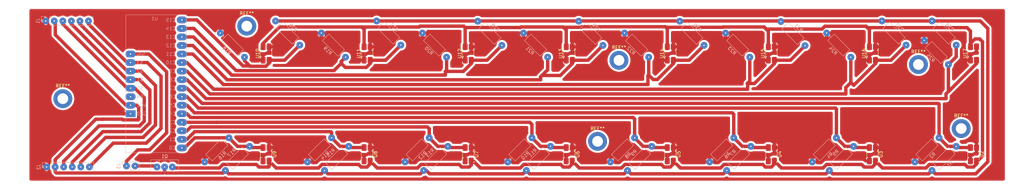
<source format=kicad_pcb>
(kicad_pcb (version 20240108) (generator "pcbnew") (generator_version "8.0")
  (layers (0 "F.Cu" signal) (31 "B.Cu" signal) (34 "B.Paste" user) (35 "F.Paste" user) (36 "B.SilkS" user "B.Silkscreen") (37 "F.SilkS" user "F.Silkscreen") (38 "B.Mask" user) (39 "F.Mask" user) (44 "Edge.Cuts" user))
  (net 0 "")
  (net 1 "Net-(J1-Pin_3)")
  (net 2 "Net-(J1-Pin_6)")
  (net 3 "GND")
  (net 4 "Net-(J1-Pin_4)")
  (net 5 "Net-(J1-Pin_5)")
  (net 6 "Net-(J3-Pin_2)")
  (net 7 "Net-(J3-Pin_1)")
  (net 8 "IR_LED_PWR")
  (net 9 "/IR_Sens8")
  (net 10 "/IR_Sens9")
  (net 11 "/IR_Sens10")
  (net 12 "/IR_Sens11")
  (net 13 "/IR_Sens12")
  (net 14 "/IR_Sens13")
  (net 15 "/IR_Sens14")
  (net 16 "/IR_Sens15")
  (net 17 "/IR_Sens0")
  (net 18 "/IR_Sens1")
  (net 19 "/IR_Sens2")
  (net 20 "/IR_Sens3")
  (net 21 "/IR_Sens4")
  (net 22 "/IR_Sens5")
  (net 23 "/IR_Sens6")
  (net 24 "/IR_Sens7")
  (net 26 "+5V")
  (footprint "MountingHole:MountingHole_3.2mm_M3_DIN965_Pad_TopBottom" (layer "F.Cu") (at 276.86 46.99)
    (property "Reference" "REF**")
    (property "Value" "MountingHole_3.2mm_M3_DIN965_Pad_TopBottom")
  )
  (footprint "sequencer:QRE1113GR" (layer "F.Cu") (at 70.5 54.65 180)
    (property "Reference" "U9")
    (property "Value" "QRE1113GR")
  )
  (footprint "sequencer:QRE1113GR" (layer "F.Cu") (at 160.5 24.65)
    (property "Reference" "U13")
    (property "Value" "QRE1113GR")
  )
  (footprint "MountingHole:MountingHole_3.2mm_M3_DIN965_Pad_TopBottom" (layer "F.Cu") (at 168.91 50.8)
    (property "Reference" "REF**")
    (property "Value" "MountingHole_3.2mm_M3_DIN965_Pad_TopBottom")
  )
  (footprint "MountingHole:MountingHole_3.2mm_M3_DIN965_Pad_TopBottom" (layer "F.Cu") (at 10.16 38.1)
    (property "Reference" "REF**")
    (property "Value" "MountingHole_3.2mm_M3_DIN965_Pad_TopBottom")
  )
  (footprint "sequencer:QRE1113GR" (layer "F.Cu") (at 70.5 24.65)
    (property "Reference" "U10")
    (property "Value" "QRE1113GR")
  )
  (footprint "sequencer:QRE1113GR" (layer "F.Cu") (at 190.5 24.65)
    (property "Reference" "U14")
    (property "Value" "QRE1113GR")
  )
  (footprint "MountingHole:MountingHole_3.2mm_M3_DIN965_Pad_TopBottom" (layer "F.Cu") (at 175.26 26.67)
    (property "Reference" "REF**")
    (property "Value" "MountingHole_3.2mm_M3_DIN965_Pad_TopBottom")
  )
  (footprint "sequencer:QRE1113GR" (layer "F.Cu") (at 130.5 24.65)
    (property "Reference" "U12")
    (property "Value" "QRE1113GR")
  )
  (footprint "sequencer:QRE1113GR" (layer "F.Cu") (at 220.5 24.65)
    (property "Reference" "U15")
    (property "Value" "QRE1113GR")
  )
  (footprint "sequencer:QRE1113GR" (layer "F.Cu") (at 220.5 54.65 180)
    (property "Reference" "U4")
    (property "Value" "QRE1113GR")
  )
  (footprint "MountingHole:MountingHole_3.2mm_M3_DIN965_Pad_TopBottom" (layer "F.Cu") (at 264.16 27.94)
    (property "Reference" "REF**")
    (property "Value" "MountingHole_3.2mm_M3_DIN965_Pad_TopBottom")
  )
  (footprint "sequencer:QRE1113GR" (layer "F.Cu") (at 250.5 24.65)
    (property "Reference" "U16")
    (property "Value" "QRE1113GR")
  )
  (footprint "sequencer:QRE1113GR" (layer "F.Cu") (at 280.5 54.65 180)
    (property "Reference" "U2")
    (property "Value" "QRE1113GR")
  )
  (footprint "sequencer:QRE1113GR" (layer "F.Cu") (at 130.5 54.65 180)
    (property "Reference" "U7")
    (property "Value" "QRE1113GR")
  )
  (footprint "sequencer:QRE1113GR" (layer "F.Cu") (at 160.5 54.65 180)
    (property "Reference" "U6")
    (property "Value" "QRE1113GR")
  )
  (footprint "sequencer:QRE1113GR" (layer "F.Cu") (at 250.5 54.65 180)
    (property "Reference" "U3")
    (property "Value" "QRE1113GR")
  )
  (footprint "sequencer:QRE1113GR" (layer "F.Cu") (at 100.5 24.65)
    (property "Reference" "U11")
    (property "Value" "QRE1113GR")
  )
  (footprint "sequencer:QRE1113GR" (layer "F.Cu") (at 100.5 54.65 180)
    (property "Reference" "U8")
    (property "Value" "QRE1113GR")
  )
  (footprint "MountingHole:MountingHole_3.2mm_M3_DIN965_Pad_TopBottom" (layer "F.Cu") (at 64.77 16.51)
    (property "Reference" "REF**")
    (property "Value" "MountingHole_3.2mm_M3_DIN965_Pad_TopBottom")
  )
  (footprint "sequencer:QRE1113GR" (layer "F.Cu") (at 280.5 24.65)
    (property "Reference" "U17")
    (property "Value" "QRE1113GR")
  )
  (footprint "sequencer:QRE1113GR" (layer "F.Cu") (at 190.5 54.65 180)
    (property "Reference" "U5")
    (property "Value" "QRE1113GR")
  )
  (footprint "sequencer:R_Axial_DIN0207_L6.3mm_D2.5mm_P10.16mm_Horizontal_BIG_PADS" (layer "B.Cu") (at 65.604205 52.287898 -135)
    (property "Reference" "R17")
    (property "Value" "R")
  )
  (footprint "sequencer:R_Axial_DIN0207_L6.3mm_D2.5mm_P10.16mm_Horizontal_BIG_PADS" (layer "B.Cu") (at 82.767898 56.932103 45)
    (property "Reference" "R14")
    (property "Value" "R")
  )
  (footprint "sequencer:R_Axial_DIN0207_L6.3mm_D2.5mm_P10.16mm_Horizontal_BIG_PADS" (layer "B.Cu") (at 172.72 56.932103 45)
    (property "Reference" "R8")
    (property "Value" "R")
  )
  (footprint "sequencer:R_Axial_DIN0207_L6.3mm_D2.5mm_P10.16mm_Horizontal_BIG_PADS" (layer "B.Cu") (at 146.907898 18.557898 -45)
    (property "Reference" "R21")
    (property "Value" "R")
  )
  (footprint "sequencer:R_Axial_DIN0207_L6.3mm_D2.5mm_P10.16mm_Horizontal_BIG_PADS" (layer "B.Cu") (at 200.5 22.23 135)
    (property "Reference" "R30")
    (property "Value" "R")
  )
  (footprint "sequencer:R_Axial_DIN0207_L6.3mm_D2.5mm_P10.16mm_Horizontal_BIG_PADS" (layer "B.Cu") (at 80.5 22.15 135)
    (property "Reference" "R26")
    (property "Value" "R")
  )
  (footprint "sequencer:R_Axial_DIN0207_L6.3mm_D2.5mm_P10.16mm_Horizontal_BIG_PADS" (layer "B.Cu") (at 202.147898 56.932103 45)
    (property "Reference" "R6")
    (property "Value" "R")
  )
  (footprint "sequencer:R_Axial_DIN0207_L6.3mm_D2.5mm_P10.16mm_Horizontal_BIG_PADS" (layer "B.Cu") (at 206.907898 18.557898 -45)
    (property "Reference" "R23")
    (property "Value" "R")
  )
  (footprint "Package_TO_SOT_THT:TO-126-3_Vertical" (layer "B.Cu") (at 42.66 58.42 180)
    (property "Reference" "Q1")
    (property "Value" "BD235")
  )
  (footprint "sequencer:R_Axial_DIN0207_L6.3mm_D2.5mm_P10.16mm_Horizontal_BIG_PADS" (layer "B.Cu") (at 52.287898 56.932103 45)
    (property "Reference" "R16")
    (property "Value" "R")
  )
  (footprint "sequencer:R_Axial_DIN0207_L6.3mm_D2.5mm_P10.16mm_Horizontal_BIG_PADS" (layer "B.Cu") (at 170.5 22.23 135)
    (property "Reference" "R29")
    (property "Value" "R")
  )
  (footprint "sequencer:R_Axial_DIN0207_L6.3mm_D2.5mm_P10.16mm_Horizontal_BIG_PADS" (layer "B.Cu") (at 142.24 56.932103 45)
    (property "Reference" "R10")
    (property "Value" "R")
  )
  (footprint "sequencer:R_Axial_DIN0207_L6.3mm_D2.5mm_P10.16mm_Horizontal_BIG_PADS" (layer "B.Cu") (at 214.412103 52.287898 -135)
    (property "Reference" "R7")
    (property "Value" "R")
  )
  (footprint "sequencer:R_Axial_DIN0207_L6.3mm_D2.5mm_P10.16mm_Horizontal_BIG_PADS" (layer "B.Cu") (at 275.372103 22.15 135)
    (property "Reference" "R33")
    (property "Value" "R")
  )
  (footprint "sequencer:R_Axial_DIN0207_L6.3mm_D2.5mm_P10.16mm_Horizontal_BIG_PADS" (layer "B.Cu") (at 236.907898 18.557898 -45)
    (property "Reference" "R24")
    (property "Value" "R")
  )
  (footprint "sequencer:HP4067_16_ch_analog_mutiplexer_devboard" (layer "B.Cu") (at 45.5 14.65 180)
    (property "Reference" "U1")
    (property "Value" "HP4067_16_ch_analog_mutiplexer_devboard")
  )
  (footprint "Connector_PinHeader_2.54mm:PinHeader_1x06_P2.54mm_Vertical" (layer "B.Cu") (at 5.34 58.42 -90)
    (property "Reference" "J2")
    (property "Value" "Conn_01x06_Pin")
  )
  (footprint "Connector_PinHeader_2.54mm:PinHeader_1x02_P2.54mm_Vertical" (layer "B.Cu") (at 29.06 58.12 -90)
    (property "Reference" "J3")
    (property "Value" "Conn_01x02_Pin")
  )
  (footprint "sequencer:R_Axial_DIN0207_L6.3mm_D2.5mm_P10.16mm_Horizontal_BIG_PADS" (layer "B.Cu") (at 260.5 22.15 135)
    (property "Reference" "R32")
    (property "Value" "R")
  )
  (footprint "sequencer:R_Axial_DIN0207_L6.3mm_D2.5mm_P10.16mm_Horizontal_BIG_PADS" (layer "B.Cu") (at 184.984205 52.287898 -135)
    (property "Reference" "R9")
    (property "Value" "R")
  )
  (footprint "sequencer:R_Axial_DIN0207_L6.3mm_D2.5mm_P10.16mm_Horizontal_BIG_PADS" (layer "B.Cu") (at 176.907898 18.557898 -45)
    (property "Reference" "R22")
    (property "Value" "R")
  )
  (footprint "sequencer:R_Axial_DIN0207_L6.3mm_D2.5mm_P10.16mm_Horizontal_BIG_PADS" (layer "B.Cu") (at 244.892103 52.287898 -135)
    (property "Reference" "R5")
    (property "Value" "R")
  )
  (footprint "sequencer:R_Axial_DIN0207_L6.3mm_D2.5mm_P10.16mm_Horizontal_BIG_PADS" (layer "B.Cu") (at 116.907898 18.557898 -45)
    (property "Reference" "R20")
    (property "Value" "R")
  )
  (footprint "sequencer:R_Axial_DIN0207_L6.3mm_D2.5mm_P10.16mm_Horizontal_BIG_PADS" (layer "B.Cu") (at 265.865795 20.755795 -45)
    (property "Reference" "R25")
    (property "Value" "R")
  )
  (footprint "sequencer:R_Axial_DIN0207_L6.3mm_D2.5mm_P10.16mm_Horizontal_BIG_PADS" (layer "B.Cu") (at 230.5 22.31 135)
    (property "Reference" "R31")
    (property "Value" "R")
  )
  (footprint "sequencer:R_Axial_DIN0207_L6.3mm_D2.5mm_P10.16mm_Horizontal_BIG_PADS" (layer "B.Cu") (at 263.107898 56.932103 45)
    (property "Reference" "R2")
    (property "Value" "R")
  )
  (footprint "sequencer:R_Axial_DIN0207_L6.3mm_D2.5mm_P10.16mm_Horizontal_BIG_PADS" (layer "B.Cu") (at 95.032103 52.287898 -135)
    (property "Reference" "R15")
    (property "Value" "R")
  )
  (footprint "sequencer:R_Axial_DIN0207_L6.3mm_D2.5mm_P10.16mm_Horizontal_BIG_PADS" (layer "B.Cu") (at 140.5 22.23 135)
    (property "Reference" "R28")
    (property "Value" "R")
  )
  (footprint "sequencer:R_Axial_DIN0207_L6.3mm_D2.5mm_P10.16mm_Horizontal_BIG_PADS" (layer "B.Cu") (at 154.94 52.287898 -135)
    (property "Reference" "R11")
    (property "Value" "R")
  )
  (footprint "sequencer:R_Axial_DIN0207_L6.3mm_D2.5mm_P10.16mm_Horizontal_BIG_PADS" (layer "B.Cu") (at 232.627898 56.932103 45)
    (property "Reference" "R4")
    (property "Value" "R")
  )
  (footprint "sequencer:R_Axial_DIN0207_L6.3mm_D2.5mm_P10.16mm_Horizontal_BIG_PADS" (layer "B.Cu") (at 110.5 22.15 135)
    (property "Reference" "R27")
    (property "Value" "R")
  )
  (footprint "sequencer:R_Axial_DIN0207_L6.3mm_D2.5mm_P10.16mm_Horizontal_BIG_PADS" (layer "B.Cu") (at 56.907898 18.557898 -45)
    (property "Reference" "R18")
    (property "Value" "R")
  )
  (footprint "sequencer:R_Axial_DIN0207_L6.3mm_D2.5mm_P10.16mm_Horizontal_BIG_PADS" (layer "B.Cu") (at 86.907898 18.557898 -45)
    (property "Reference" "R19")
    (property "Value" "R")
  )
  (footprint "Connector_PinHeader_2.54mm:PinHeader_1x06_P2.54mm_Vertical" (layer "B.Cu") (at 5.08 14.97 -90)
    (property "Reference" "J1")
    (property "Value" "Conn_01x06_Pin")
  )
  (footprint "sequencer:R_Axial_DIN0207_L6.3mm_D2.5mm_P10.16mm_Horizontal_BIG_PADS" (layer "B.Cu") (at 268.187898 59.472103 45)
    (property "Reference" "R1")
    (property "Value" "R")
  )
  (footprint "sequencer:R_Axial_DIN0207_L6.3mm_D2.5mm_P10.16mm_Horizontal_BIG_PADS" (layer "B.Cu") (at 111.76 56.932103 45)
    (property "Reference" "R12")
    (property "Value" "R")
  )
  (footprint "sequencer:R_Axial_DIN0207_L6.3mm_D2.5mm_P10.16mm_Horizontal_BIG_PADS" (layer "B.Cu") (at 124.46 52.287898 -135)
    (property "Reference" "R13")
    (property "Value" "R")
  )
  (gr_rect (start 0 11.15) (end 290 62.738) (stroke (width 0.05)) (fill none) (layer "Edge.Cuts"))
  (segment (start 31.5 34.97) (end 30.26 34.97) (width 1) (layer "F.Cu") (net 1))
  (segment (start 20.91 46.2) (end 32.98 46.2) (width 1) (layer "F.Cu") (net 1))
  (segment (start 32.98 46.147056) (end 34.34 44.787056) (width 1) (layer "F.Cu") (net 1))
  (segment (start 34.34 44.787056) (end 34.34 37.81) (width 1) (layer "F.Cu") (net 1))
  (segment (start 10.16 14.97) (end 10.16 15.872081) (width 1) (layer "F.Cu") (net 1))
  (segment (start 10.42 58.42) (end 10.42 56.69) (width 1) (layer "F.Cu") (net 1))
  (segment (start 29.257919 34.97) (end 30.26 34.97) (width 1) (layer "F.Cu") (net 1))
  (segment (start 34.34 37.81) (end 31.5 34.97) (width 1) (layer "F.Cu") (net 1))
  (segment (start 10.42 56.69) (end 20.91 46.2) (width 1) (layer "F.Cu") (net 1))
  (segment (start 32.98 46.2) (end 32.98 46.147056) (width 1) (layer "F.Cu") (net 1))
  (segment (start 10.16 15.872081) (end 29.257919 34.97) (width 1) (layer "F.Cu") (net 1))
  (segment (start 18.04 58.42) (end 25.13 51.33) (width 1) (layer "F.Cu") (net 2))
  (segment (start 29.257919 27.35) (end 30.26 27.35) (width 1) (layer "F.Cu") (net 2))
  (segment (start 25.13 51.33) (end 34.93 51.33) (width 1) (layer "F.Cu") (net 2))
  (segment (start 35.26 27.35) (end 30.26 27.35) (width 1) (layer "F.Cu") (net 2))
  (segment (start 34.93 51.33) (end 39.32 46.94) (width 1) (layer "F.Cu") (net 2))
  (segment (start 39.32 31.41) (end 35.26 27.35) (width 1) (layer "F.Cu") (net 2))
  (segment (start 17.78 15.872081) (end 29.257919 27.35) (width 1) (layer "F.Cu") (net 2))
  (segment (start 17.78 14.97) (end 17.78 15.872081) (width 1) (layer "F.Cu") (net 2))
  (segment (start 39.32 46.94) (end 39.32 31.41) (width 1) (layer "F.Cu") (net 2))
  (segment (start 29.76 42.59) (end 30.26 42.59) (width 1) (layer "F.Cu") (net 3))
  (segment (start 5.08 14.97) (end 5.38 15.27) (width 1) (layer "F.Cu") (net 3))
  (segment (start 29.257919 32.43) (end 30.26 32.43) (width 1) (layer "F.Cu") (net 4))
  (segment (start 12.7 15.872081) (end 29.257919 32.43) (width 1) (layer "F.Cu") (net 4))
  (segment (start 32.9 32.43) (end 30.26 32.43) (width 1) (layer "F.Cu") (net 4))
  (segment (start 22.055787 47.91) (end 33.374112 47.91) (width 1) (layer "F.Cu") (net 4))
  (segment (start 12.7 14.97) (end 12.7 15.872081) (width 1) (layer "F.Cu") (net 4))
  (segment (start 33.374112 47.91) (end 36 45.284112) (width 1) (layer "F.Cu") (net 4))
  (segment (start 36 45.284112) (end 36 35.53) (width 1) (layer "F.Cu") (net 4))
  (segment (start 12.96 57.005787) (end 22.055787 47.91) (width 1) (layer "F.Cu") (net 4))
  (segment (start 36 35.53) (end 32.9 32.43) (width 1) (layer "F.Cu") (net 4))
  (segment (start 12.96 58.42) (end 12.96 57.005787) (width 1) (layer "F.Cu") (net 4))
  (segment (start 15.24 14.97) (end 15.24 15.872081) (width 1) (layer "F.Cu") (net 5))
  (segment (start 22.885787 49.62) (end 34.017056 49.62) (width 1) (layer "F.Cu") (net 5))
  (segment (start 15.5 57.005787) (end 22.885787 49.62) (width 1) (layer "F.Cu") (net 5))
  (segment (start 34.017056 49.562944) (end 37.66 45.92) (width 1) (layer "F.Cu") (net 5))
  (segment (start 34.017056 49.62) (end 34.017056 49.562944) (width 1) (layer "F.Cu") (net 5))
  (segment (start 15.24 15.872081) (end 29.257919 29.89) (width 1) (layer "F.Cu") (net 5))
  (segment (start 33.36 29.89) (end 30.26 29.89) (width 1) (layer "F.Cu") (net 5))
  (segment (start 37.66 34.19) (end 33.36 29.89) (width 1) (layer "F.Cu") (net 5))
  (segment (start 15.5 58.42) (end 15.5 57.005787) (width 1) (layer "F.Cu") (net 5))
  (segment (start 29.257919 29.89) (end 30.26 29.89) (width 1) (layer "F.Cu") (net 5))
  (segment (start 37.66 45.92) (end 37.66 34.19) (width 1) (layer "F.Cu") (net 5))
  (segment (start 37.8 58.12) (end 38.1 58.42) (width 1) (layer "F.Cu") (net 6))
  (segment (start 31.6 58.12) (end 37.8 58.12) (width 1) (layer "F.Cu") (net 6))
  (segment (start 32.425787 53.34) (end 35.905 53.34) (width 1) (layer "F.Cu") (net 7))
  (segment (start 29.06 56.705787) (end 32.425787 53.34) (width 1) (layer "F.Cu") (net 7))
  (segment (start 40.98 30.115) (end 35.675 24.81) (width 1) (layer "F.Cu") (net 7))
  (segment (start 35.905 53.34) (end 40.98 48.265) (width 1) (layer "F.Cu") (net 7))
  (segment (start 40.98 48.265) (end 40.98 30.115) (width 1) (layer "F.Cu") (net 7))
  (segment (start 35.675 24.81) (end 30.26 24.81) (width 1) (layer "F.Cu") (net 7))
  (segment (start 29.06 58.12) (end 29.06 56.705787) (width 1) (layer "F.Cu") (net 7))
  (segment (start 281.68 56.65) (end 283.18 55.15) (width 1) (layer "F.Cu") (net 8))
  (segment (start 57.674415 57.672103) (end 67.612103 57.672103) (width 1) (layer "F.Cu") (net 8))
  (segment (start 236.897897 57.672103) (end 247.292103 57.672103) (width 1) (layer "F.Cu") (net 8))
  (segment (start 177.047897 57.672103) (end 187.842103 57.672103) (width 1) (layer "F.Cu") (net 8))
  (segment (start 42.66 58.42) (end 42.972103 58.732103) (width 1) (layer "F.Cu") (net 8))
  (segment (start 236.380211 16.54) (end 248.602102 16.54) (width 1) (layer "F.Cu") (net 8))
  (segment (start 249.021051 16.958949) (end 278.578949 16.958949) (width 1) (layer "F.Cu") (net 8))
  (segment (start 282.35 20.32) (end 280.93 20.32) (width 1) (layer "F.Cu") (net 8))
  (segment (start 187.842103 57.672103) (end 188.62 58.45) (width 1) (layer "F.Cu") (net 8))
  (segment (start 129.192102 16.51) (end 129.6 16.917898) (width 1) (layer "F.Cu") (net 8))
  (segment (start 278.578949 16.958949) (end 279.6 17.98) (width 1) (layer "F.Cu") (net 8))
  (segment (start 235.540211 17.38) (end 236.380211 16.54) (width 1) (layer "F.Cu") (net 8))
  (segment (start 97.960401 57.672103) (end 98.738298 58.45) (width 1) (layer "F.Cu") (net 8))
  (segment (start 87.102313 57.672103) (end 97.960401 57.672103) (width 1) (layer "F.Cu") (net 8))
  (segment (start 190.461702 58.45) (end 191.4 57.511702) (width 1) (layer "F.Cu") (net 8))
  (segment (start 158.65 16.757898) (end 158.737897 16.845795) (width 1) (layer "F.Cu") (net 8))
  (segment (start 175.987897 58.732103) (end 177.047897 57.672103) (width 1) (layer "F.Cu") (net 8))
  (segment (start 189.072102 16.7) (end 189.6 17.227898) (width 1) (layer "F.Cu") (net 8))
  (segment (start 206.162313 16.757898) (end 218.34 16.757898) (width 1) (layer "F.Cu") (net 8))
  (segment (start 189.6 17.227898) (end 189.6 22.65) (width 1) (layer "F.Cu") (net 8))
  (segment (start 188.62 58.45) (end 190.461702 58.45) (width 1) (layer "F.Cu") (net 8))
  (segment (start 127.782103 57.672103) (end 128.56 58.45) (width 1) (layer "F.Cu") (net 8))
  (segment (start 251.4 57.511702) (end 251.4 56.65) (width 1) (layer "F.Cu") (net 8))
  (segment (start 101.4 56.65) (end 103.482103 58.732103) (width 1) (layer "F.Cu") (net 8))
  (segment (start 101.4 57.511702) (end 101.4 56.65) (width 1) (layer "F.Cu") (net 8))
  (segment (start 219.6 18.017898) (end 219.6 22.65) (width 1) (layer "F.Cu") (net 8))
  (segment (start 283.18 21.15) (end 282.35 20.32) (width 1) (layer "F.Cu") (net 8))
  (segment (start 86.042313 58.732103) (end 87.102313 57.672103) (width 1) (layer "F.Cu") (net 8))
  (segment (start 74.492102 16.757898) (end 98.96 16.757898) (width 1) (layer "F.Cu") (net 8))
  (segment (start 116.17 16.51) (end 129.192102 16.51) (width 1) (layer "F.Cu") (net 8))
  (segment (start 100.461702 58.45) (end 101.4 57.511702) (width 1) (layer "F.Cu") (net 8))
  (segment (start 134.112103 58.732103) (end 145.95021 58.732103) (width 1) (layer "F.Cu") (net 8))
  (segment (start 98.96 16.757898) (end 99.6 17.397898) (width 1) (layer "F.Cu") (net 8))
  (segment (start 251.4 56.65) (end 253.482103 58.732103) (width 1) (layer "F.Cu") (net 8))
  (segment (start 283.18 55.15) (end 283.18 21.15) (width 1) (layer "F.Cu") (net 8))
  (segment (start 235.837897 58.732103) (end 236.897897 57.672103) (width 1) (layer "F.Cu") (net 8))
  (segment (start 71.4 58.26) (end 71.4 56.65) (width 1) (layer "F.Cu") (net 8))
  (segment (start 278.738298 58.45) (end 280.49 58.45) (width 1) (layer "F.Cu") (net 8))
  (segment (start 98.967897 16.765795) (end 115.914205 16.765795) (width 1) (layer "F.Cu") (net 8))
  (segment (start 250.461702 58.45) (end 251.4 57.511702) (width 1) (layer "F.Cu") (net 8))
  (segment (start 248.602102 16.54) (end 249.6 17.537898) (width 1) (layer "F.Cu") (net 8))
  (segment (start 277.960401 57.672103) (end 278.738298 58.45) (width 1) (layer "F.Cu") (net 8))
  (segment (start 69.6 22.65) (end 69.6 21.65) (width 1) (layer "F.Cu") (net 8))
  (segment (start 193.482103 58.732103) (end 205.422313 58.732103) (width 1) (layer "F.Cu") (net 8))
  (segment (start 248.07 58.45) (end 250.461702 58.45) (width 1) (layer "F.Cu") (net 8))
  (segment (start 279.6 17.98) (end 279.6 22.65) (width 1) (layer "F.Cu") (net 8))
  (segment (start 116.53021 57.672103) (end 127.782103 57.672103) (width 1) (layer "F.Cu") (net 8))
  (segment (start 220.48 58.45) (end 221.4 57.53) (width 1) (layer "F.Cu") (net 8))
  (segment (start 131.4 57.83) (end 131.4 56.65) (width 1) (layer "F.Cu") (net 8))
  (segment (start 129.6 22.65) (end 129.6 16.917898) (width 1) (layer "F.Cu") (net 8))
  (segment (start 158.737897 16.845795) (end 164.06138 16.845795) (width 1) (layer "F.Cu") (net 8))
  (segment (start 71.4 56.65) (end 73.482103 58.732103) (width 1) (layer "F.Cu") (net 8))
  (segment (start 247.292103 57.672103) (end 248.07 58.45) (width 1) (layer "F.Cu") (net 8))
  (segment (start 73.482103 58.732103) (end 86.042313 58.732103) (width 1) (layer "F.Cu") (net 8))
  (segment (start 160.461702 58.45) (end 161.4 57.511702) (width 1) (layer "F.Cu") (net 8))
  (segment (start 218.72 58.45) (end 220.48 58.45) (width 1) (layer "F.Cu") (net 8))
  (segment (start 189.217897 16.845795) (end 206.074416 16.845795) (width 1) (layer "F.Cu") (net 8))
  (segment (start 146.002313 16.917898) (end 146.162313 16.757898) (width 1) (layer "F.Cu") (net 8))
  (segment (start 266.382313 58.732103) (end 267.442313 57.672103) (width 1) (layer "F.Cu") (net 8))
  (segment (start 56.614415 58.732103) (end 57.674415 57.672103) (width 1) (layer "F.Cu") (net 8))
  (segment (start 67.612103 57.672103) (end 68.39 58.45) (width 1) (layer "F.Cu") (net 8))
  (segment (start 249.6 17.537898) (end 249.6 22.65) (width 1) (layer "F.Cu") (net 8))
  (segment (start 115.914205 16.765795) (end 116.17 16.51) (width 1) (layer "F.Cu") (net 8))
  (segment (start 191.4 57.511702) (end 191.4 56.65) (width 1) (layer "F.Cu") (net 8))
  (segment (start 191.4 56.65) (end 193.482103 58.732103) (width 1) (layer "F.Cu") (net 8))
  (segment (start 253.482103 58.732103) (end 266.382313 58.732103) (width 1) (layer "F.Cu") (net 8))
  (segment (start 158.65 16.757898) (end 159.6 17.707898) (width 1) (layer "F.Cu") (net 8))
  (segment (start 42.972103 58.732103) (end 56.614415 58.732103) (width 1) (layer "F.Cu") (net 8))
  (segment (start 99.6 17.397898) (end 99.6 22.65) (width 1) (layer "F.Cu") (net 8))
  (segment (start 218.34 16.757898) (end 218.962102 17.38) (width 1) (layer "F.Cu") (net 8))
  (segment (start 221.4 56.65) (end 223.482103 58.732103) (width 1) (layer "F.Cu") (net 8))
  (segment (start 71.21 58.45) (end 71.4 58.26) (width 1) (layer "F.Cu") (net 8))
  (segment (start 218.962102 17.38) (end 235.540211 17.38) (width 1) (layer "F.Cu") (net 8))
  (segment (start 189.072102 16.7) (end 189.217897 16.845795) (width 1) (layer "F.Cu") (net 8))
  (segment (start 281.4 57.54) (end 281.4 56.65) (width 1) (layer "F.Cu") (net 8))
  (segment (start 157.960401 57.672103) (end 158.738298 58.45) (width 1) (layer "F.Cu") (net 8))
  (segment (start 129.6 16.917898) (end 146.002313 16.917898) (width 1) (layer "F.Cu") (net 8))
  (segment (start 161.4 56.65) (end 163.482103 58.732103) (width 1) (layer "F.Cu") (net 8))
  (segment (start 217.942103 57.672103) (end 218.72 58.45) (width 1) (layer "F.Cu") (net 8))
  (segment (start 205.422313 58.732103) (end 206.482313 57.672103) (width 1) (layer "F.Cu") (net 8))
  (segment (start 206.074416 16.845795) (end 206.162313 16.757898) (width 1) (layer "F.Cu") (net 8))
  (segment (start 163.482103 58.732103) (end 175.987897 58.732103) (width 1) (layer "F.Cu") (net 8))
  (segment (start 98.96 16.757898) (end 98.967897 16.765795) (width 1) (layer "F.Cu") (net 8))
  (segment (start 130.78 58.45) (end 131.4 57.83) (width 1) (layer "F.Cu") (net 8))
  (segment (start 218.34 16.757898) (end 219.6 18.017898) (width 1) (layer "F.Cu") (net 8))
  (segment (start 279.6 21.65) (end 279.6 22.65) (width 1) (layer "F.Cu") (net 8))
  (segment (start 147.01021 57.672103) (end 157.960401 57.672103) (width 1) (layer "F.Cu") (net 8))
  (segment (start 128.56 58.45) (end 130.78 58.45) (width 1) (layer "F.Cu") (net 8))
  (segment (start 115.47021 58.732103) (end 116.53021 57.672103) (width 1) (layer "F.Cu") (net 8))
  (segment (start 98.738298 58.45) (end 100.461702 58.45) (width 1) (layer "F.Cu") (net 8))
  (segment (start 223.482103 58.732103) (end 235.837897 58.732103) (width 1) (layer "F.Cu") (net 8))
  (segment (start 161.4 57.511702) (end 161.4 56.65) (width 1) (layer "F.Cu") (net 8))
  (segment (start 131.4 56.65) (end 132.03 56.65) (width 1) (layer "F.Cu") (net 8))
  (segment (start 145.95021 58.732103) (end 147.01021 57.672103) (width 1) (layer "F.Cu") (net 8))
  (segment (start 280.93 20.32) (end 279.6 21.65) (width 1) (layer "F.Cu") (net 8))
  (segment (start 158.738298 58.45) (end 160.461702 58.45) (width 1) (layer "F.Cu") (net 8))
  (segment (start 281.4 56.65) (end 281.68 56.65) (width 1) (layer "F.Cu") (net 8))
  (segment (start 206.482313 57.672103) (end 217.942103 57.672103) (width 1) (layer "F.Cu") (net 8))
  (segment (start 132.03 56.65) (end 134.112103 58.732103) (width 1) (layer "F.Cu") (net 8))
  (segment (start 103.482103 58.732103) (end 115.47021 58.732103) (width 1) (layer "F.Cu") (net 8))
  (segment (start 248.602102 16.54) (end 249.021051 16.958949) (width 1) (layer "F.Cu") (net 8))
  (segment (start 221.4 57.53) (end 221.4 56.65) (width 1) (layer "F.Cu") (net 8))
  (segment (start 164.207175 16.7) (end 189.072102 16.7) (width 1) (layer "F.Cu") (net 8))
  (segment (start 69.6 21.65) (end 74.492102 16.757898) (width 1) (layer "F.Cu") (net 8))
  (segment (start 68.39 58.45) (end 71.21 58.45) (width 1) (layer "F.Cu") (net 8))
  (segment (start 267.442313 57.672103) (end 277.960401 57.672103) (width 1) (layer "F.Cu") (net 8))
  (segment (start 159.6 17.707898) (end 159.6 22.65) (width 1) (layer "F.Cu") (net 8))
  (segment (start 146.162313 16.757898) (end 158.65 16.757898) (width 1) (layer "F.Cu") (net 8))
  (segment (start 280.49 58.45) (end 281.4 57.54) (width 1) (layer "F.Cu") (net 8))
  (segment (start 164.06138 16.845795) (end 164.207175 16.7) (width 1) (layer "F.Cu") (net 8))
  (segment (start 270.056922 39.496922) (end 51.526922 39.496922) (width 1) (layer "F.Cu") (net 9))
  (segment (start 272.832103 52.287898) (end 270.292103 49.747898) (width 1) (layer "F.Cu") (net 9))
  (segment (start 270.292103 39.732103) (end 270.056922 39.496922) (width 1) (layer "F.Cu") (net 9))
  (segment (start 270.292103 49.747898) (end 270.292103 39.732103) (width 1) (layer "F.Cu") (net 9))
  (segment (start 275.734205 52.65) (end 275.372103 52.287898) (width 1) (layer "F.Cu") (net 9))
  (segment (start 51.526922 39.496922) (end 47 34.97) (width 1) (layer "F.Cu") (net 9))
  (segment (start 47 34.97) (end 45.5 34.97) (width 1) (layer "F.Cu") (net 9))
  (segment (start 279.6 52.65) (end 275.734205 52.65) (width 1) (layer "F.Cu") (net 9))
  (segment (start 275.372103 52.287898) (end 272.832103 52.287898) (width 1) (layer "F.Cu") (net 9))
  (segment (start 242.352103 52.287898) (end 239.812103 49.747898) (width 1) (layer "F.Cu") (net 10))
  (segment (start 249.6 52.65) (end 245.254205 52.65) (width 1) (layer "F.Cu") (net 10))
  (segment (start 239.812103 49.747898) (end 239.812103 41.173639) (width 1) (layer "F.Cu") (net 10))
  (segment (start 245.254205 52.65) (end 244.892103 52.287898) (width 1) (layer "F.Cu") (net 10))
  (segment (start 244.892103 52.287898) (end 242.352103 52.287898) (width 1) (layer "F.Cu") (net 10))
  (segment (start 50.390768 40.900768) (end 47 37.51) (width 1) (layer "F.Cu") (net 10))
  (segment (start 239.539232 40.900768) (end 50.390768 40.900768) (width 1) (layer "F.Cu") (net 10))
  (segment (start 47 37.51) (end 45.5 37.51) (width 1) (layer "F.Cu") (net 10))
  (segment (start 239.812103 41.173639) (end 239.539232 40.900768) (width 1) (layer "F.Cu") (net 10))
  (segment (start 47 40.05) (end 45.5 40.05) (width 1) (layer "F.Cu") (net 11))
  (segment (start 209.332103 42.743253) (end 208.893464 42.304614) (width 1) (layer "F.Cu") (net 11))
  (segment (start 214.774205 52.65) (end 214.412103 52.287898) (width 1) (layer "F.Cu") (net 11))
  (segment (start 219.6 52.65) (end 214.774205 52.65) (width 1) (layer "F.Cu") (net 11))
  (segment (start 49.254614 42.304614) (end 47 40.05) (width 1) (layer "F.Cu") (net 11))
  (segment (start 211.872103 52.287898) (end 209.332103 49.747898) (width 1) (layer "F.Cu") (net 11))
  (segment (start 214.412103 52.287898) (end 211.872103 52.287898) (width 1) (layer "F.Cu") (net 11))
  (segment (start 209.332103 49.747898) (end 209.332103 42.743253) (width 1) (layer "F.Cu") (net 11))
  (segment (start 208.893464 42.304614) (end 49.254614 42.304614) (width 1) (layer "F.Cu") (net 11))
  (segment (start 179.904205 44.130222) (end 179.482443 43.70846) (width 1) (layer "F.Cu") (net 12))
  (segment (start 48.11846 43.70846) (end 47 42.59) (width 1) (layer "F.Cu") (net 12))
  (segment (start 185.346307 52.65) (end 184.984205 52.287898) (width 1) (layer "F.Cu") (net 12))
  (segment (start 184.984205 52.287898) (end 182.444205 52.287898) (width 1) (layer "F.Cu") (net 12))
  (segment (start 47 42.59) (end 45.5 42.59) (width 1) (layer "F.Cu") (net 12))
  (segment (start 179.904205 49.747898) (end 179.904205 44.130222) (width 1) (layer "F.Cu") (net 12))
  (segment (start 182.444205 52.287898) (end 179.904205 49.747898) (width 1) (layer "F.Cu") (net 12))
  (segment (start 179.482443 43.70846) (end 48.11846 43.70846) (width 1) (layer "F.Cu") (net 12))
  (segment (start 189.6 52.65) (end 185.346307 52.65) (width 1) (layer "F.Cu") (net 12))
  (segment (start 151.964205 52.287898) (end 149.424205 49.747898) (width 1) (layer "F.Cu") (net 13))
  (segment (start 55.764033 45.112306) (end 55.746339 45.13) (width 1) (layer "F.Cu") (net 13))
  (segment (start 46.12 45.75) (end 45.5 45.13) (width 1) (layer "F.Cu") (net 13))
  (segment (start 55.764033 45.112306) (end 148.760284 45.112306) (width 1) (layer "F.Cu") (net 13))
  (segment (start 159.6 52.65) (end 155.302102 52.65) (width 1) (layer "F.Cu") (net 13))
  (segment (start 148.760284 45.112306) (end 149.424205 45.776227) (width 1) (layer "F.Cu") (net 13))
  (segment (start 154.94 52.287898) (end 151.964205 52.287898) (width 1) (layer "F.Cu") (net 13))
  (segment (start 155.302102 52.65) (end 154.94 52.287898) (width 1) (layer "F.Cu") (net 13))
  (segment (start 55.746339 45.13) (end 45.5 45.13) (width 1) (layer "F.Cu") (net 13))
  (segment (start 149.424205 45.776227) (end 149.424205 49.747898) (width 1) (layer "F.Cu") (net 13))
  (segment (start 48.153848 46.516152) (end 47 47.67) (width 1) (layer "F.Cu") (net 14))
  (segment (start 47 47.67) (end 45.5 47.67) (width 1) (layer "F.Cu") (net 14))
  (segment (start 129.6 52.65) (end 124.822102 52.65) (width 1) (layer "F.Cu") (net 14))
  (segment (start 118.944205 47.072232) (end 118.388125 46.516152) (width 1) (layer "F.Cu") (net 14))
  (segment (start 118.388125 46.516152) (end 48.153848 46.516152) (width 1) (layer "F.Cu") (net 14))
  (segment (start 118.944205 49.747898) (end 118.944205 47.072232) (width 1) (layer "F.Cu") (net 14))
  (segment (start 124.46 52.287898) (end 121.484205 52.287898) (width 1) (layer "F.Cu") (net 14))
  (segment (start 124.822102 52.65) (end 124.46 52.287898) (width 1) (layer "F.Cu") (net 14))
  (segment (start 121.484205 52.287898) (end 118.944205 49.747898) (width 1) (layer "F.Cu") (net 14))
  (segment (start 92.492103 52.287898) (end 89.952103 49.747898) (width 1) (layer "F.Cu") (net 15))
  (segment (start 95.394205 52.65) (end 95.032103 52.287898) (width 1) (layer "F.Cu") (net 15))
  (segment (start 95.032103 52.287898) (end 92.492103 52.287898) (width 1) (layer "F.Cu") (net 15))
  (segment (start 49.29 47.92) (end 47 50.21) (width 1) (layer "F.Cu") (net 15))
  (segment (start 89.675966 47.92) (end 49.29 47.92) (width 1) (layer "F.Cu") (net 15))
  (segment (start 47 50.21) (end 45.5 50.21) (width 1) (layer "F.Cu") (net 15))
  (segment (start 89.952103 48.196137) (end 89.675966 47.92) (width 1) (layer "F.Cu") (net 15))
  (segment (start 99.6 52.65) (end 95.394205 52.65) (width 1) (layer "F.Cu") (net 15))
  (segment (start 89.952103 49.747898) (end 89.952103 48.196137) (width 1) (layer "F.Cu") (net 15))
  (segment (start 45.5 52.75) (end 46.31 52.75) (width 1) (layer "F.Cu") (net 16))
  (segment (start 65.966307 52.65) (end 65.604205 52.287898) (width 1) (layer "F.Cu") (net 16))
  (segment (start 62.012103 52.287898) (end 59.472103 49.747898) (width 1) (layer "F.Cu") (net 16))
  (segment (start 49.312102 49.747898) (end 59.472103 49.747898) (width 1) (layer "F.Cu") (net 16))
  (segment (start 69.6 52.65) (end 65.966307 52.65) (width 1) (layer "F.Cu") (net 16))
  (segment (start 65.604205 52.287898) (end 62.012103 52.287898) (width 1) (layer "F.Cu") (net 16))
  (segment (start 46.31 52.75) (end 49.312102 49.747898) (width 1) (layer "F.Cu") (net 16))
  (segment (start 63.65 28.35) (end 49.95 14.65) (width 1) (layer "F.Cu") (net 17))
  (segment (start 64.092103 26.790375) (end 64.881728 27.58) (width 1) (layer "F.Cu") (net 17))
  (segment (start 76 26.65) (end 80.5 22.15) (width 1) (layer "F.Cu") (net 17))
  (segment (start 65.751728 28.45) (end 65.651728 28.35) (width 1) (layer "F.Cu") (net 17))
  (segment (start 49.95 14.65) (end 45.5 14.65) (width 1) (layer "F.Cu") (net 17))
  (segment (start 65.651728 28.35) (end 64.881728 27.58) (width 1) (layer "F.Cu") (net 17))
  (segment (start 71.4 26.65) (end 71.4 27.511702) (width 1) (layer "F.Cu") (net 17))
  (segment (start 71.4 27.511702) (end 70.461702 28.45) (width 1) (layer "F.Cu") (net 17))
  (segment (start 71.4 26.65) (end 76 26.65) (width 1) (layer "F.Cu") (net 17))
  (segment (start 70.461702 28.45) (end 65.751728 28.45) (width 1) (layer "F.Cu") (net 17))
  (segment (start 65.651728 28.35) (end 63.65 28.35) (width 1) (layer "F.Cu") (net 17))
  (segment (start 64.092103 25.742103) (end 64.092103 26.790375) (width 1) (layer "F.Cu") (net 17))
  (segment (start 101.4 27.65) (end 100.27 28.78) (width 1) (layer "F.Cu") (net 18))
  (segment (start 101.4 26.65) (end 106 26.65) (width 1) (layer "F.Cu") (net 18))
  (segment (start 94.021728 28.78) (end 92.821728 27.58) (width 1) (layer "F.Cu") (net 18))
  (segment (start 49.06 17.19) (end 61.62 29.75) (width 1) (layer "F.Cu") (net 18))
  (segment (start 101.4 26.65) (end 101.4 27.65) (width 1) (layer "F.Cu") (net 18))
  (segment (start 100.27 28.78) (end 94.021728 28.78) (width 1) (layer "F.Cu") (net 18))
  (segment (start 94.092103 25.742103) (end 92.821728 27.012478) (width 1) (layer "F.Cu") (net 18))
  (segment (start 45.5 17.19) (end 49.06 17.19) (width 1) (layer "F.Cu") (net 18))
  (segment (start 61.62 29.75) (end 90.651728 29.75) (width 1) (layer "F.Cu") (net 18))
  (segment (start 92.821728 27.012478) (end 92.821728 27.58) (width 1) (layer "F.Cu") (net 18))
  (segment (start 106 26.65) (end 110.5 22.15) (width 1) (layer "F.Cu") (net 18))
  (segment (start 90.651728 29.75) (end 92.821728 27.58) (width 1) (layer "F.Cu") (net 18))
  (segment (start 124.092103 29.612103) (end 124.46 29.98) (width 1) (layer "F.Cu") (net 19))
  (segment (start 124.092103 25.742103) (end 124.092103 29.612103) (width 1) (layer "F.Cu") (net 19))
  (segment (start 123.714318 29.989888) (end 124.092103 29.612103) (width 1) (layer "F.Cu") (net 19))
  (segment (start 131.4 26.65) (end 136.08 26.65) (width 1) (layer "F.Cu") (net 19))
  (segment (start 131.4 26.65) (end 131.4 27.65) (width 1) (layer "F.Cu") (net 19))
  (segment (start 123.714318 31.073846) (end 123.714318 29.989888) (width 1) (layer "F.Cu") (net 19))
  (segment (start 136.08 26.65) (end 140.5 22.23) (width 1) (layer "F.Cu") (net 19))
  (segment (start 60.31 31.073846) (end 123.714318 31.073846) (width 1) (layer "F.Cu") (net 19))
  (segment (start 48.966154 19.73) (end 45.5 19.73) (width 1) (layer "F.Cu") (net 19))
  (segment (start 131.4 27.65) (end 129.07 29.98) (width 1) (layer "F.Cu") (net 19))
  (segment (start 60.31 31.073846) (end 48.966154 19.73) (width 1) (layer "F.Cu") (net 19))
  (segment (start 129.07 29.98) (end 124.46 29.98) (width 1) (layer "F.Cu") (net 19))
  (segment (start 58.95 32.477692) (end 48.742308 22.27) (width 1) (layer "F.Cu") (net 20))
  (segment (start 166.08 26.65) (end 170.5 22.23) (width 1) (layer "F.Cu") (net 20))
  (segment (start 161.4 26.65) (end 161.4 27.65) (width 1) (layer "F.Cu") (net 20))
  (segment (start 157.87 31.18) (end 152.4 31.18) (width 1) (layer "F.Cu") (net 20))
  (segment (start 161.4 27.65) (end 157.87 31.18) (width 1) (layer "F.Cu") (net 20))
  (segment (start 151.983523 32.477692) (end 151.983523 31.596477) (width 1) (layer "F.Cu") (net 20))
  (segment (start 151.983523 31.596477) (end 152.4 31.18) (width 1) (layer "F.Cu") (net 20))
  (segment (start 154.092103 25.742103) (end 154.092103 29.487897) (width 1) (layer "F.Cu") (net 20))
  (segment (start 58.95 32.477692) (end 151.983523 32.477692) (width 1) (layer "F.Cu") (net 20))
  (segment (start 154.092103 29.487897) (end 152.4 31.18) (width 1) (layer "F.Cu") (net 20))
  (segment (start 48.742308 22.27) (end 45.5 22.27) (width 1) (layer "F.Cu") (net 20))
  (segment (start 161.4 26.65) (end 166.08 26.65) (width 1) (layer "F.Cu") (net 20))
  (segment (start 183.858636 31.28557) (end 183.858636 33.881538) (width 1) (layer "F.Cu") (net 21))
  (segment (start 184.092103 25.742103) (end 184.092103 31.052103) (width 1) (layer "F.Cu") (net 21))
  (segment (start 191.4 26.65) (end 191.4 27.65) (width 1) (layer "F.Cu") (net 21))
  (segment (start 57.83 33.881538) (end 48.758462 24.81) (width 1) (layer "F.Cu") (net 21))
  (segment (start 183.858636 33.881538) (end 57.83 33.881538) (width 1) (layer "F.Cu") (net 21))
  (segment (start 48.758462 24.81) (end 45.5 24.81) (width 1) (layer "F.Cu") (net 21))
  (segment (start 196.08 26.65) (end 200.5 22.23) (width 1) (layer "F.Cu") (net 21))
  (segment (start 184.092103 31.052103) (end 183.858636 31.28557) (width 1) (layer "F.Cu") (net 21))
  (segment (start 184.092103 31.052103) (end 185.42 32.38) (width 1) (layer "F.Cu") (net 21))
  (segment (start 186.67 32.38) (end 185.42 32.38) (width 1) (layer "F.Cu") (net 21))
  (segment (start 191.4 26.65) (end 196.08 26.65) (width 1) (layer "F.Cu") (net 21))
  (segment (start 191.4 27.65) (end 186.67 32.38) (width 1) (layer "F.Cu") (net 21))
  (segment (start 221.4 27.65) (end 215.47 33.58) (width 1) (layer "F.Cu") (net 22))
  (segment (start 215.47 33.58) (end 213.36 33.58) (width 1) (layer "F.Cu") (net 22))
  (segment (start 221.4 26.65) (end 226.16 26.65) (width 1) (layer "F.Cu") (net 22))
  (segment (start 214.092103 32.847897) (end 213.36 33.58) (width 1) (layer "F.Cu") (net 22))
  (segment (start 226.16 26.65) (end 230.5 22.31) (width 1) (layer "F.Cu") (net 22))
  (segment (start 54.935384 35.285384) (end 47 27.35) (width 1) (layer "F.Cu") (net 22))
  (segment (start 214.092103 25.742103) (end 214.092103 32.847897) (width 1) (layer "F.Cu") (net 22))
  (segment (start 213.36 33.58) (end 213.459205 33.679205) (width 1) (layer "F.Cu") (net 22))
  (segment (start 213.459205 33.679205) (end 213.459205 35.285384) (width 1) (layer "F.Cu") (net 22))
  (segment (start 221.4 26.65) (end 221.4 27.65) (width 1) (layer "F.Cu") (net 22))
  (segment (start 47 27.35) (end 45.5 27.35) (width 1) (layer "F.Cu") (net 22))
  (segment (start 213.459205 35.285384) (end 54.935384 35.285384) (width 1) (layer "F.Cu") (net 22))
  (segment (start 256 26.65) (end 260.5 22.15) (width 1) (layer "F.Cu") (net 23))
  (segment (start 251.4 26.65) (end 256 26.65) (width 1) (layer "F.Cu") (net 23))
  (segment (start 251.4 27.65) (end 244.935 34.115) (width 1) (layer "F.Cu") (net 23))
  (segment (start 244.092103 25.742103) (end 244.092103 33.272103) (width 1) (layer "F.Cu") (net 23))
  (segment (start 242.607046 36.68923) (end 53.79923 36.68923) (width 1) (layer "F.Cu") (net 23))
  (segment (start 244.092103 33.272103) (end 242.607046 34.75716) (width 1) (layer "F.Cu") (net 23))
  (segment (start 242.607046 34.75716) (end 242.607046 36.68923) (width 1) (layer "F.Cu") (net 23))
  (segment (start 47 29.89) (end 45.5 29.89) (width 1) (layer "F.Cu") (net 23))
  (segment (start 251.4 26.65) (end 251.4 27.65) (width 1) (layer "F.Cu") (net 23))
  (segment (start 53.79923 36.68923) (end 47 29.89) (width 1) (layer "F.Cu") (net 23))
  (segment (start 244.092103 33.272103) (end 244.935 34.115) (width 1) (layer "F.Cu") (net 23))
  (segment (start 273.07 35.98) (end 281.4 27.65) (width 1) (layer "F.Cu") (net 24))
  (segment (start 273.05 35.96) (end 272.345113 36.664887) (width 1) (layer "F.Cu") (net 24))
  (segment (start 274.092103 34.957897) (end 273.07 35.98) (width 1) (layer "F.Cu") (net 24))
  (segment (start 275.372103 22.15) (end 275.372103 25.617897) (width 1) (layer "F.Cu") (net 24))
  (segment (start 273.05 35.96) (end 273.07 35.98) (width 1) (layer "F.Cu") (net 24))
  (segment (start 281.4 27.65) (end 281.4 26.65) (width 1) (layer "F.Cu") (net 24))
  (segment (start 47 32.43) (end 45.5 32.43) (width 1) (layer "F.Cu") (net 24))
  (segment (start 273.05 27.94) (end 273.05 35.96) (width 1) (layer "F.Cu") (net 24))
  (segment (start 52.663076 38.093076) (end 47 32.43) (width 1) (layer "F.Cu") (net 24))
  (segment (start 272.345113 36.664887) (end 272.345113 38.093076) (width 1) (layer "F.Cu") (net 24))
  (segment (start 275.372103 25.617897) (end 273.05 27.94) (width 1) (layer "F.Cu") (net 24))
  (segment (start 272.345113 38.093076) (end 52.663076 38.093076) (width 1) (layer "F.Cu") (net 24))
  (segment (start 147.755795 59.472103) (end 148.755795 60.472103) (width 1) (layer "F.Cu") (net 26))
  (segment (start 87.847898 59.472103) (end 88.847898 60.472103) (width 1) (layer "F.Cu") (net 26))
  (segment (start 178.8 60.472103) (end 206.227898 60.472103) (width 1) (layer "F.Cu") (net 26))
  (segment (start 57.672103 60.22) (end 58.42 59.472103) (width 1) (layer "F.Cu") (net 26))
  (segment (start 88.847898 60.472103) (end 116.275795 60.472103) (width 1) (layer "F.Cu") (net 26))
  (segment (start 116.275795 60.472103) (end 117.275795 59.472103) (width 1) (layer "F.Cu") (net 26))
  (segment (start 19.93 44.21) (end 22.09 44.21) (width 1) (layer "F.Cu") (net 26))
  (segment (start 28.917056 40.05) (end 30.26 40.05) (width 1) (layer "F.Cu") (net 26))
  (segment (start 32.68 44.24) (end 32.68 40.7) (width 1) (layer "F.Cu") (net 26))
  (segment (start 119.073897 60.472103) (end 146.755795 60.472103) (width 1) (layer "F.Cu") (net 26))
  (segment (start 269.187898 60.472103) (end 268.187898 59.472103) (width 1) (layer "F.Cu") (net 26))
  (segment (start 206.227898 60.472103) (end 207.227898 59.472103) (width 1) (layer "F.Cu") (net 26))
  (segment (start 39.994213 60.22) (end 40.38 59.834213) (width 1) (layer "F.Cu") (net 26))
  (segment (start 7.92 15.27) (end 7.92 19.052944) (width 1) (layer "F.Cu") (net 26))
  (segment (start 176.8 60.472103) (end 177.8 59.472103) (width 1) (layer "F.Cu") (net 26))
  (segment (start 7.88 58.42) (end 7.88 59.834213) (width 1) (layer "F.Cu") (net 26))
  (segment (start 282.510795 14.965795) (end 284.76 17.215) (width 1) (layer "F.Cu") (net 26))
  (segment (start 267.187898 60.472103) (end 268.187898 59.472103) (width 1) (layer "F.Cu") (net 26))
  (segment (start 236.707898 60.472103) (end 237.707898 59.472103) (width 1) (layer "F.Cu") (net 26))
  (segment (start 27.96 44.39) (end 32.53 44.39) (width 1) (layer "F.Cu") (net 26))
  (segment (start 86.847898 60.472103) (end 87.847898 59.472103) (width 1) (layer "F.Cu") (net 26))
  (segment (start 146.755795 60.472103) (end 147.755795 59.472103) (width 1) (layer "F.Cu") (net 26))
  (segment (start 22.11 44.19) (end 27.76 44.19) (width 1) (layer "F.Cu") (net 26))
  (segment (start 40.38 58.42) (end 40.38 59.834213) (width 1) (layer "F.Cu") (net 26))
  (segment (start 208.227898 60.472103) (end 236.707898 60.472103) (width 1) (layer "F.Cu") (net 26))
  (segment (start 8.265787 60.22) (end 39.994213 60.22) (width 1) (layer "F.Cu") (net 26))
  (segment (start 7.92 19.052944) (end 28.917056 40.05) (width 1) (layer "F.Cu") (net 26))
  (segment (start 281.157897 60.472103) (end 269.187898 60.472103) (width 1) (layer "F.Cu") (net 26))
  (segment (start 7.88 56.26) (end 19.93 44.21) (width 1) (layer "F.Cu") (net 26))
  (segment (start 284.76 56.87) (end 281.157897 60.472103) (width 1) (layer "F.Cu") (net 26))
  (segment (start 73.315795 14.965795) (end 282.510795 14.965795) (width 1) (layer "F.Cu") (net 26))
  (segment (start 148.755795 60.472103) (end 176.8 60.472103) (width 1) (layer "F.Cu") (net 26))
  (segment (start 207.227898 59.472103) (end 208.227898 60.472103) (width 1) (layer "F.Cu") (net 26))
  (segment (start 32.53 44.39) (end 32.68 44.24) (width 1) (layer "F.Cu") (net 26))
  (segment (start 118.073897 59.472103) (end 119.073897 60.472103) (width 1) (layer "F.Cu") (net 26))
  (segment (start 32.68 40.7) (end 32.03 40.05) (width 1) (layer "F.Cu") (net 26))
  (segment (start 237.707898 59.472103) (end 238.707898 60.472103) (width 1) (layer "F.Cu") (net 26))
  (segment (start 7.88 58.42) (end 7.88 56.26) (width 1) (layer "F.Cu") (net 26))
  (segment (start 7.62 14.97) (end 7.92 15.27) (width 1) (layer "F.Cu") (net 26))
  (segment (start 40.765787 60.22) (end 57.672103 60.22) (width 1) (layer "F.Cu") (net 26))
  (segment (start 59.42 60.472103) (end 86.847898 60.472103) (width 1) (layer "F.Cu") (net 26))
  (segment (start 284.76 17.215) (end 284.76 56.87) (width 1) (layer "F.Cu") (net 26))
  (segment (start 27.76 44.19) (end 27.96 44.39) (width 1) (layer "F.Cu") (net 26))
  (segment (start 32.03 40.05) (end 30.26 40.05) (width 1) (layer "F.Cu") (net 26))
  (segment (start 117.275795 59.472103) (end 118.073897 59.472103) (width 1) (layer "F.Cu") (net 26))
  (segment (start 177.8 59.472103) (end 178.8 60.472103) (width 1) (layer "F.Cu") (net 26))
  (segment (start 40.38 59.834213) (end 40.765787 60.22) (width 1) (layer "F.Cu") (net 26))
  (segment (start 7.88 59.834213) (end 8.265787 60.22) (width 1) (layer "F.Cu") (net 26))
  (segment (start 238.707898 60.472103) (end 267.187898 60.472103) (width 1) (layer "F.Cu") (net 26))
  (segment (start 22.09 44.21) (end 22.11 44.19) (width 1) (layer "F.Cu") (net 26))
  (segment (start 58.42 59.472103) (end 59.42 60.472103) (width 1) (layer "F.Cu") (net 26))
  (zone (net 3) (net_name "GND") (layer "F.Cu") (connect_pads (clearance 0.6)) (min_thickness 0.9) (fill yes (thermal_gap 0.2) (thermal_bridge_width 0.9))
    (polygon (pts (xy 0.254 11.43) (xy 0.254 62.484) (xy 289.812 62.484) (xy 289.812 11.43)))
  )
)
</source>
